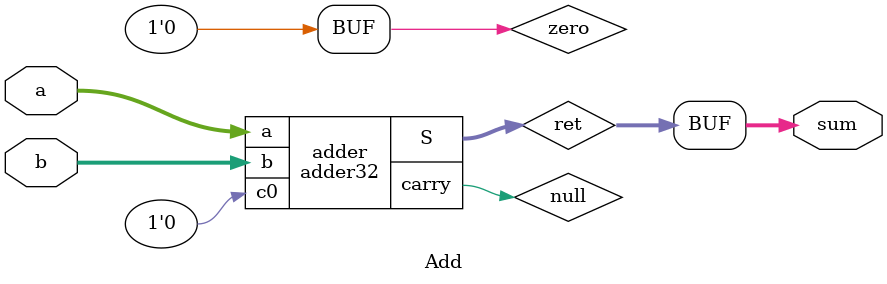
<source format=v>
module CarryLookaheadAdder(
        input wire[3:0] a,
        input wire[3:0] b,
        input wire c0,
        output wire[3:0] S,
        output wire carry
    );
    wire[3:0] c;
    wire[3:0] G = a & b;
    wire[3:0] P = a ^ b;
    assign c[0] = c0;
    assign S = P ^ c;

    assign c[1] = G[0] | (c[0] & P[0]);
    assign c[2] = G[1] | (P[1] & G[0]) | (c[0] & P[0] & P[1]);
    assign c[3] = G[2] | (P[2] & G[1]) | (P[2] & P[1] & G[0]) | (c[0] & P[0] & P[1] & P[2]);
    assign carry = G[3] | (P[3] & G[2]) | (P[3] & P[2] & G[1]) | (P[3] & P[2] & P[1] & G[0]) | (c[0] & P[0] & P[1] & P[2] & P[3]);
endmodule

module adder(
        input wire[15:0] a,
        input wire[15:0] b,
        input wire c0,
        output wire[15:0] S,
        output wire carry
    );    
    wire[3:1] c;    
    
    CarryLookaheadAdder subAdder0(a[3:0], b[3:0], c0, S[3:0], c[1]);
    CarryLookaheadAdder subAdder1(a[7:4], b[7:4], c[1], S[7:4], c[2]);
    CarryLookaheadAdder subAdder2(a[11:8], b[11:8], c[2], S[11:8], c[3]);
    CarryLookaheadAdder subAdder3(a[15:12], b[15:12], c[3], S[15:12], carry);
endmodule

module adder32(
        input wire[31:0] a,
        input wire[31:0] b,
        input wire c0,
        output wire[31:0] S,
        output wire carry
    );    
    wire[3:1] c;
    
    adder subAdder0(a[15:0], b[15:0], c0, S[15:0], c[1]);
    adder subAdder1(a[31:16], b[31:16], c[1], S[31:16], carry);
    
endmodule


module Add(
        input wire[31:0] a,
        input wire[31:0] b,
        output reg[31:0] sum
    );
    wire zero = 0;    
    wire[31:0] ret;
    adder32 adder(a, b, zero, ret, null);
    always @* begin
        sum <= ret;
    end
endmodule
</source>
